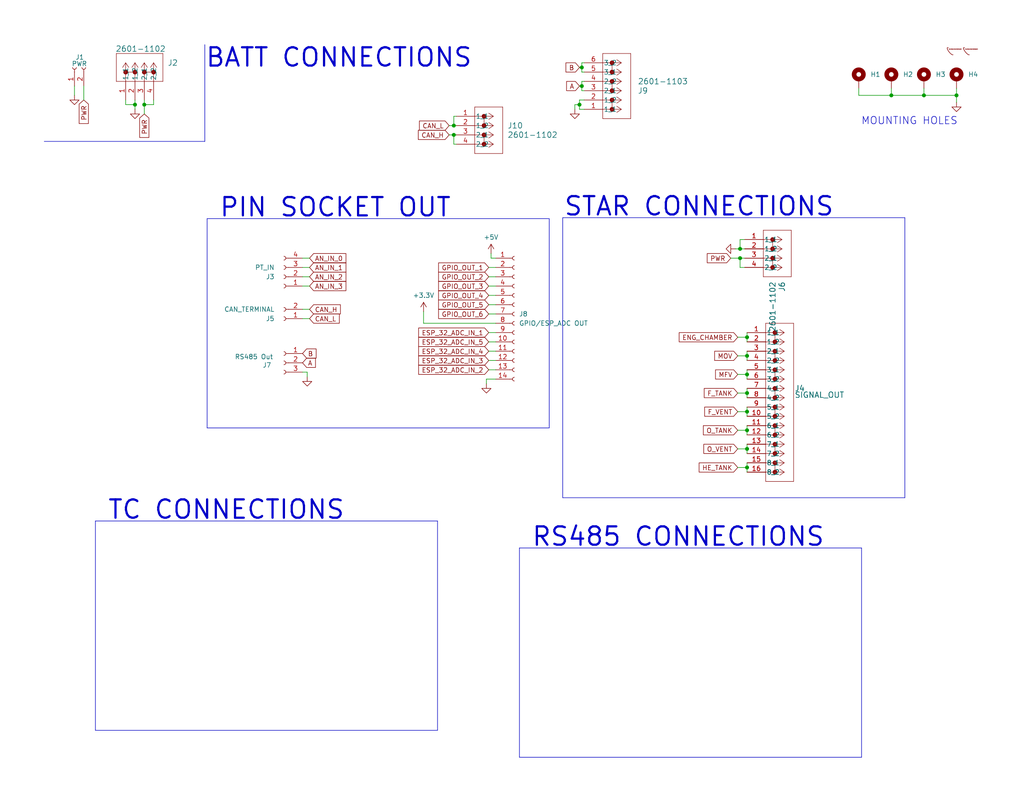
<source format=kicad_sch>
(kicad_sch (version 20231120) (generator "eeschema") (generator_version "8.0")
  (paper "A")
  (lib_symbols
    (symbol "2601_1102:2601-1102" (pin_names (offset 0.254))
      (property "Reference" "J" (at 8.89 6.35 0))
      (property "Value" "2601-1102" (at 0 0 0))
      (symbol "2601-1102_1_1"
        (pin unspecified line (at 0 0 0) (length 5.08) (name "1_1") (number "1"))
        (pin unspecified line (at 0 -2.54 0) (length 5.08) (name "1_2") (number "2"))
        (pin unspecified line (at 0 -5.08 0) (length 5.08) (name "2_1") (number "3"))
        (pin unspecified line (at 0 -7.62 0) (length 5.08) (name "2_2") (number "4"))
      )
    )
    (symbol "2601_1103:2601-1103" (pin_names (offset 0.254))
      (property "Reference" "J" (at 8.89 6.35 0))
      (property "Value" "2601-1103" (at 0 0 0))
      (symbol "2601-1103_1_1"
        (pin unspecified line (at 0 0 0) (length 5.08) (name "1_1") (number "1"))
        (pin unspecified line (at 0 -2.54 0) (length 5.08) (name "1_2") (number "2"))
        (pin unspecified line (at 0 -5.08 0) (length 5.08) (name "2_1") (number "3"))
        (pin unspecified line (at 0 -7.62 0) (length 5.08) (name "2_2") (number "4"))
        (pin unspecified line (at 0 -10.16 0) (length 5.08) (name "3_1") (number "5"))
        (pin unspecified line (at 0 -12.7 0) (length 5.08) (name "3_2") (number "6"))
      )
    )
    (symbol "Connector:Conn_01x02_Socket" (pin_names (offset 1.016) hide)
      (property "Reference" "J" (at 0 2.54 0))
      (property "Value" "Conn_01x02_Socket" (at 0 -5.08 0))
      (symbol "Conn_01x02_Socket_1_1"
        (pin passive line (at -5.08 0 0) (length 3.81) (name "Pin_1") (number "1"))
        (pin passive line (at -5.08 -2.54 0) (length 3.81) (name "Pin_2") (number "2"))
      )
    )
    (symbol "Connector:Conn_01x03_Socket" (pin_names (offset 1.016) hide)
      (property "Reference" "J" (at 0 5.08 0))
      (property "Value" "Conn_01x03_Socket" (at 0 -5.08 0))
      (symbol "Conn_01x03_Socket_1_1"
        (pin passive line (at -5.08 2.54 0) (length 3.81) (name "Pin_1") (number "1"))
        (pin passive line (at -5.08 0 0) (length 3.81) (name "Pin_2") (number "2"))
        (pin passive line (at -5.08 -2.54 0) (length 3.81) (name "Pin_3") (number "3"))
      )
    )
    (symbol "Connector:Conn_01x04_Socket" (pin_names (offset 1.016) hide)
      (property "Reference" "J" (at 0 5.08 0))
      (property "Value" "Conn_01x04_Socket" (at 0 -7.62 0))
      (symbol "Conn_01x04_Socket_1_1"
        (pin passive line (at -5.08 2.54 0) (length 3.81) (name "Pin_1") (number "1"))
        (pin passive line (at -5.08 0 0) (length 3.81) (name "Pin_2") (number "2"))
        (pin passive line (at -5.08 -2.54 0) (length 3.81) (name "Pin_3") (number "3"))
        (pin passive line (at -5.08 -5.08 0) (length 3.81) (name "Pin_4") (number "4"))
      )
    )
    (symbol "Connector:Conn_01x14_Socket" (pin_names (offset 1.016) hide)
      (property "Reference" "J" (at 0 17.78 0))
      (property "Value" "Conn_01x14_Socket" (at 0 -20.32 0))
      (symbol "Conn_01x14_Socket_1_1"
        (pin passive line (at -5.08 15.24 0) (length 3.81) (name "Pin_1") (number "1"))
        (pin passive line (at -5.08 -7.62 0) (length 3.81) (name "Pin_10") (number "10"))
        (pin passive line (at -5.08 -10.16 0) (length 3.81) (name "Pin_11") (number "11"))
        (pin passive line (at -5.08 -12.7 0) (length 3.81) (name "Pin_12") (number "12"))
        (pin passive line (at -5.08 -15.24 0) (length 3.81) (name "Pin_13") (number "13"))
        (pin passive line (at -5.08 -17.78 0) (length 3.81) (name "Pin_14") (number "14"))
        (pin passive line (at -5.08 12.7 0) (length 3.81) (name "Pin_2") (number "2"))
        (pin passive line (at -5.08 10.16 0) (length 3.81) (name "Pin_3") (number "3"))
        (pin passive line (at -5.08 7.62 0) (length 3.81) (name "Pin_4") (number "4"))
        (pin passive line (at -5.08 5.08 0) (length 3.81) (name "Pin_5") (number "5"))
        (pin passive line (at -5.08 2.54 0) (length 3.81) (name "Pin_6") (number "6"))
        (pin passive line (at -5.08 0 0) (length 3.81) (name "Pin_7") (number "7"))
        (pin passive line (at -5.08 -2.54 0) (length 3.81) (name "Pin_8") (number "8"))
        (pin passive line (at -5.08 -5.08 0) (length 3.81) (name "Pin_9") (number "9"))
      )
    )
    (symbol "Mechanical:MountingHole_Pad" (pin_numbers hide) (pin_names (offset 1.016) hide)
      (property "Reference" "H" (at 0 6.35 0))
      (property "Value" "MountingHole_Pad" (at 0 4.445 0))
      (symbol "MountingHole_Pad_1_1"
        (pin input line (at 0 -2.54 90) (length 2.54) (name "1") (number "1"))
      )
    )
    (symbol "RP Logo:LOGO" (pin_names (offset 1.016)))
    (symbol "Wago_2601_1108:2601-1108" (pin_names (offset 0.254))
      (property "Reference" "J" (at 8.89 6.35 0))
      (property "Value" "2601-1108" (at 0 0 0))
      (symbol "2601-1108_1_1"
        (pin unspecified line (at 0 0 0) (length 5.08) (name "1_1") (number "1"))
        (pin unspecified line (at 0 -22.86 0) (length 5.08) (name "5_2") (number "10"))
        (pin unspecified line (at 0 -25.4 0) (length 5.08) (name "6_1") (number "11"))
        (pin unspecified line (at 0 -27.94 0) (length 5.08) (name "6_2") (number "12"))
        (pin unspecified line (at 0 -30.48 0) (length 5.08) (name "7_1") (number "13"))
        (pin unspecified line (at 0 -33.02 0) (length 5.08) (name "7_2") (number "14"))
        (pin unspecified line (at 0 -35.56 0) (length 5.08) (name "8_1") (number "15"))
        (pin unspecified line (at 0 -38.1 0) (length 5.08) (name "8_2") (number "16"))
        (pin unspecified line (at 0 -2.54 0) (length 5.08) (name "1_2") (number "2"))
        (pin unspecified line (at 0 -5.08 0) (length 5.08) (name "2_1") (number "3"))
        (pin unspecified line (at 0 -7.62 0) (length 5.08) (name "2_2") (number "4"))
        (pin unspecified line (at 0 -10.16 0) (length 5.08) (name "3_1") (number "5"))
        (pin unspecified line (at 0 -12.7 0) (length 5.08) (name "3_2") (number "6"))
        (pin unspecified line (at 0 -15.24 0) (length 5.08) (name "4_1") (number "7"))
        (pin unspecified line (at 0 -17.78 0) (length 5.08) (name "4_2") (number "8"))
        (pin unspecified line (at 0 -20.32 0) (length 5.08) (name "5_1") (number "9"))
      )
    )
    (symbol "power:+3.3V" (power) (pin_names (offset 0))
      (property "Value" "+3.3V" (at 0 3.556 0))
      (symbol "+3.3V_1_1"
        (pin power_in line (at 0 0 90) (length 0) hide (name "+3.3V") (number "1"))
      )
    )
    (symbol "power:+5V" (power) (pin_names (offset 0))
      (property "Value" "+5V" (at 0 3.556 0))
      (symbol "+5V_1_1"
        (pin power_in line (at 0 0 90) (length 0) hide (name "+5V") (number "1"))
      )
    )
    (symbol "power:GND" (power) (pin_names (offset 0))
      (property "Value" "GND" (at 0 -3.81 0))
      (symbol "GND_1_1"
        (pin power_in line (at 0 0 270) (length 0) hide (name "GND") (number "1"))
      )
    )
  )
  (junction (at 123.825 36.83))
  (junction (at 260.985 26.035))
  (junction (at 158.75 18.415))
  (junction (at 123.825 34.29))
  (junction (at 203.835 92.075))
  (junction (at 203.835 112.395))
  (junction (at 201.93 67.945))
  (junction (at 243.205 26.035))
  (junction (at 203.835 122.555))
  (junction (at 203.835 102.235))
  (junction (at 158.75 23.495))
  (junction (at 201.93 70.485))
  (junction (at 203.835 97.155))
  (junction (at 203.835 117.475))
  (junction (at 158.115 28.575))
  (junction (at 203.835 127.635))
  (junction (at 39.37 28.575))
  (junction (at 252.095 26.035))
  (junction (at 36.83 28.575))
  (junction (at 203.835 107.315))
  (wire (pts (xy 203.835 95.885) (xy 203.835 97.155)))
  (wire (pts (xy 41.91 28.575) (xy 39.37 28.575)))
  (wire (pts (xy 20.32 26.035) (xy 20.32 23.495)))
  (polyline (pts (xy 235.077 206.756) (xy 235.077 149.606)))
  (wire (pts (xy 123.825 36.83) (xy 124.46 36.83)))
  (wire (pts (xy 135.255 103.505) (xy 132.715 103.505)))
  (wire (pts (xy 159.385 27.305) (xy 158.115 27.305)))
  (polyline (pts (xy 56.515 116.84) (xy 149.86 116.84)))
  (wire (pts (xy 203.835 126.365) (xy 203.835 127.635)))
  (wire (pts (xy 133.35 83.185) (xy 135.255 83.185)))
  (polyline (pts (xy 141.732 149.606) (xy 141.732 206.756)))
  (wire (pts (xy 159.385 22.225) (xy 158.75 22.225)))
  (wire (pts (xy 243.205 24.13) (xy 243.205 26.035)))
  (wire (pts (xy 158.75 19.685) (xy 158.75 18.415)))
  (wire (pts (xy 203.835 100.965) (xy 203.835 102.235)))
  (polyline (pts (xy 153.543 135.89) (xy 246.888 135.89)))
  (polyline (pts (xy 153.543 59.436) (xy 153.543 135.89)))
  (wire (pts (xy 203.835 107.315) (xy 203.835 108.585)))
  (wire (pts (xy 203.835 117.475) (xy 203.835 118.745)))
  (wire (pts (xy 84.455 75.565) (xy 82.55 75.565)))
  (wire (pts (xy 252.095 24.13) (xy 252.095 26.035)))
  (wire (pts (xy 243.205 26.035) (xy 252.095 26.035)))
  (wire (pts (xy 203.2 70.485) (xy 201.93 70.485)))
  (wire (pts (xy 133.35 90.805) (xy 135.255 90.805)))
  (wire (pts (xy 203.835 121.285) (xy 203.835 122.555)))
  (wire (pts (xy 156.845 28.575) (xy 158.115 28.575)))
  (wire (pts (xy 34.29 27.305) (xy 34.29 28.575)))
  (wire (pts (xy 83.82 101.6) (xy 82.55 101.6)))
  (polyline (pts (xy 56.515 59.69) (xy 56.515 116.84)))
  (wire (pts (xy 201.295 112.395) (xy 203.835 112.395)))
  (wire (pts (xy 201.295 117.475) (xy 203.835 117.475)))
  (wire (pts (xy 123.825 39.37) (xy 123.825 36.83)))
  (wire (pts (xy 159.385 19.685) (xy 158.75 19.685)))
  (wire (pts (xy 201.93 70.485) (xy 199.39 70.485)))
  (wire (pts (xy 201.93 67.945) (xy 203.2 67.945)))
  (wire (pts (xy 133.985 70.485) (xy 133.985 69.215)))
  (wire (pts (xy 84.455 78.105) (xy 82.55 78.105)))
  (wire (pts (xy 203.835 102.235) (xy 203.835 103.505)))
  (wire (pts (xy 39.37 27.305) (xy 39.37 28.575)))
  (wire (pts (xy 159.385 17.145) (xy 158.75 17.145)))
  (wire (pts (xy 159.385 29.845) (xy 158.115 29.845)))
  (wire (pts (xy 156.845 29.845) (xy 156.845 28.575)))
  (polyline (pts (xy 149.86 116.84) (xy 149.86 59.69)))
  (wire (pts (xy 203.835 112.395) (xy 203.835 113.665)))
  (wire (pts (xy 133.35 98.425) (xy 135.255 98.425)))
  (wire (pts (xy 203.2 73.025) (xy 201.93 73.025)))
  (wire (pts (xy 133.35 73.025) (xy 135.255 73.025)))
  (wire (pts (xy 234.315 24.13) (xy 234.315 26.035)))
  (wire (pts (xy 234.315 26.035) (xy 243.205 26.035)))
  (wire (pts (xy 158.75 22.225) (xy 158.75 23.495)))
  (wire (pts (xy 133.35 93.345) (xy 135.255 93.345)))
  (wire (pts (xy 135.255 88.265) (xy 115.57 88.265)))
  (polyline (pts (xy 12.065 38.608) (xy 55.88 38.608)))
  (wire (pts (xy 203.835 92.075) (xy 203.835 93.345)))
  (wire (pts (xy 133.35 75.565) (xy 135.255 75.565)))
  (wire (pts (xy 201.295 92.075) (xy 203.835 92.075)))
  (polyline (pts (xy 26.035 142.24) (xy 119.38 142.24)))
  (wire (pts (xy 203.2 65.405) (xy 201.93 65.405)))
  (wire (pts (xy 22.86 23.495) (xy 22.86 27.305)))
  (wire (pts (xy 158.75 24.765) (xy 158.75 23.495)))
  (wire (pts (xy 260.985 27.94) (xy 260.985 26.035)))
  (wire (pts (xy 41.91 27.305) (xy 41.91 28.575)))
  (wire (pts (xy 132.715 103.505) (xy 132.715 104.775)))
  (wire (pts (xy 133.35 95.885) (xy 135.255 95.885)))
  (polyline (pts (xy 56.515 59.69) (xy 149.86 59.69)))
  (wire (pts (xy 123.825 34.29) (xy 124.46 34.29)))
  (wire (pts (xy 203.835 116.205) (xy 203.835 117.475)))
  (wire (pts (xy 203.835 127.635) (xy 203.835 128.905)))
  (wire (pts (xy 201.295 102.235) (xy 203.835 102.235)))
  (wire (pts (xy 159.385 24.765) (xy 158.75 24.765)))
  (wire (pts (xy 122.555 36.83) (xy 123.825 36.83)))
  (wire (pts (xy 133.35 80.645) (xy 135.255 80.645)))
  (polyline (pts (xy 55.88 38.608) (xy 55.88 12.192)))
  (polyline (pts (xy 246.888 135.89) (xy 246.888 59.436)))
  (wire (pts (xy 201.295 107.315) (xy 203.835 107.315)))
  (wire (pts (xy 201.295 122.555) (xy 203.835 122.555)))
  (wire (pts (xy 260.985 26.035) (xy 260.985 24.13)))
  (wire (pts (xy 133.985 70.485) (xy 135.255 70.485)))
  (wire (pts (xy 83.82 102.87) (xy 83.82 101.6)))
  (polyline (pts (xy 141.732 206.756) (xy 235.077 206.756)))
  (wire (pts (xy 133.35 85.725) (xy 135.255 85.725)))
  (wire (pts (xy 115.57 85.09) (xy 115.57 88.265)))
  (wire (pts (xy 158.75 23.495) (xy 158.115 23.495)))
  (wire (pts (xy 158.75 18.415) (xy 158.115 18.415)))
  (wire (pts (xy 84.455 86.995) (xy 82.55 86.995)))
  (wire (pts (xy 203.835 106.045) (xy 203.835 107.315)))
  (wire (pts (xy 123.825 31.75) (xy 123.825 34.29)))
  (wire (pts (xy 203.835 111.125) (xy 203.835 112.395)))
  (wire (pts (xy 158.115 29.845) (xy 158.115 28.575)))
  (wire (pts (xy 158.115 27.305) (xy 158.115 28.575)))
  (wire (pts (xy 36.83 28.575) (xy 36.83 27.305)))
  (wire (pts (xy 252.095 26.035) (xy 260.985 26.035)))
  (wire (pts (xy 201.295 97.155) (xy 203.835 97.155)))
  (wire (pts (xy 84.455 73.025) (xy 82.55 73.025)))
  (polyline (pts (xy 141.732 149.606) (xy 235.077 149.606)))
  (wire (pts (xy 39.37 28.575) (xy 39.37 31.115)))
  (wire (pts (xy 124.46 39.37) (xy 123.825 39.37)))
  (wire (pts (xy 200.66 67.945) (xy 201.93 67.945)))
  (polyline (pts (xy 119.38 199.39) (xy 119.38 142.24)))
  (polyline (pts (xy 26.035 142.24) (xy 26.035 199.39)))
  (wire (pts (xy 203.835 90.805) (xy 203.835 92.075)))
  (wire (pts (xy 133.35 100.965) (xy 135.255 100.965)))
  (wire (pts (xy 201.93 73.025) (xy 201.93 70.485)))
  (polyline (pts (xy 153.543 59.436) (xy 246.888 59.436)))
  (wire (pts (xy 84.455 70.485) (xy 82.55 70.485)))
  (wire (pts (xy 133.35 78.105) (xy 135.255 78.105)))
  (wire (pts (xy 34.29 28.575) (xy 36.83 28.575)))
  (wire (pts (xy 203.835 97.155) (xy 203.835 98.425)))
  (wire (pts (xy 124.46 31.75) (xy 123.825 31.75)))
  (polyline (pts (xy 26.035 199.39) (xy 119.38 199.39)))
  (wire (pts (xy 201.295 127.635) (xy 203.835 127.635)))
  (wire (pts (xy 36.83 29.845) (xy 36.83 28.575)))
  (wire (pts (xy 122.555 34.29) (xy 123.825 34.29)))
  (wire (pts (xy 201.93 65.405) (xy 201.93 67.945)))
  (wire (pts (xy 158.75 17.145) (xy 158.75 18.415)))
  (wire (pts (xy 84.455 84.455) (xy 82.55 84.455)))
  (wire (pts (xy 203.835 122.555) (xy 203.835 123.825)))
  (text "MOUNTING HOLES" (at 234.95 34.29 0) (effects (font (size 2 2)) (justify left bottom)))
  (text "BATT CONNECTIONS" (at 55.88 18.796 0) (effects (font (size 5 5) (thickness 0.6) (bold yes)) (justify left bottom)))
  (text "STAR CONNECTIONS" (at 153.67 59.436 0) (effects (font (size 5 5) (thickness 0.6) (bold yes)) (justify left bottom)))
  (text "TC CONNECTIONS" (at 29.21 142.24 0) (effects (font (size 5 5) (thickness 0.6) (bold yes)) (justify left bottom)))
  (text "PIN SOCKET OUT" (at 59.69 59.69 0) (effects (font (size 5 5) (thickness 0.6) (bold yes)) (justify left bottom)))
  (text "RS485 CONNECTIONS" (at 144.907 149.606 0) (effects (font (size 5 5) (thickness 0.6) (bold yes)) (justify left bottom)))
  (global_label "B" (shape input) (at 158.115 18.415 180) (property "Intersheetrefs" "${INTERSHEET_REFS}" (effects (hide yes))))
  (global_label "GPIO_OUT_3" (shape input) (at 133.35 78.105 180) (property "Intersheetrefs" "${INTERSHEET_REFS}" (effects (hide yes))))
  (global_label "F_TANK" (shape input) (at 201.295 107.315 180) (property "Intersheetrefs" "${INTERSHEET_REFS}" (effects (hide yes))))
  (global_label "HE_TANK" (shape input) (at 201.295 127.635 180) (property "Intersheetrefs" "${INTERSHEET_REFS}" (effects (hide yes))))
  (global_label "CAN_L" (shape input) (at 122.555 34.29 180) (property "Intersheetrefs" "${INTERSHEET_REFS}" (effects (hide yes))))
  (global_label "ESP_32_ADC_IN_3" (shape input) (at 133.35 98.425 180) (property "Intersheetrefs" "${INTERSHEET_REFS}" (effects (hide yes))))
  (global_label "A" (shape input) (at 82.55 99.06 0) (property "Intersheetrefs" "${INTERSHEET_REFS}" (effects (hide yes))))
  (global_label "AN_IN_3" (shape input) (at 84.455 78.105 0) (property "Intersheetrefs" "${INTERSHEET_REFS}" (effects (hide yes))))
  (global_label "ESP_32_ADC_IN_2" (shape input) (at 133.35 100.965 180) (property "Intersheetrefs" "${INTERSHEET_REFS}" (effects (hide yes))))
  (global_label "GPIO_OUT_1" (shape input) (at 133.35 73.025 180) (property "Intersheetrefs" "${INTERSHEET_REFS}" (effects (hide yes))))
  (global_label "O_TANK" (shape input) (at 201.295 117.475 180) (property "Intersheetrefs" "${INTERSHEET_REFS}" (effects (hide yes))))
  (global_label "ESP_32_ADC_IN_1" (shape input) (at 133.35 90.805 180) (property "Intersheetrefs" "${INTERSHEET_REFS}" (effects (hide yes))))
  (global_label "PWR" (shape input) (at 39.37 31.115 270) (property "Intersheetrefs" "${INTERSHEET_REFS}" (effects (hide yes))))
  (global_label "CAN_H" (shape input) (at 122.555 36.83 180) (property "Intersheetrefs" "${INTERSHEET_REFS}" (effects (hide yes))))
  (global_label "PWR" (shape input) (at 199.39 70.485 180) (property "Intersheetrefs" "${INTERSHEET_REFS}" (effects (hide yes))))
  (global_label "CAN_L" (shape input) (at 84.455 86.995 0) (property "Intersheetrefs" "${INTERSHEET_REFS}" (effects (hide yes))))
  (global_label "GPIO_OUT_4" (shape input) (at 133.35 80.645 180) (property "Intersheetrefs" "${INTERSHEET_REFS}" (effects (hide yes))))
  (global_label "MFV" (shape input) (at 201.295 102.235 180) (property "Intersheetrefs" "${INTERSHEET_REFS}" (effects (hide yes))))
  (global_label "ESP_32_ADC_IN_4" (shape input) (at 133.35 95.885 180) (property "Intersheetrefs" "${INTERSHEET_REFS}" (effects (hide yes))))
  (global_label "F_VENT" (shape input) (at 201.295 112.395 180) (property "Intersheetrefs" "${INTERSHEET_REFS}" (effects (hide yes))))
  (global_label "ESP_32_ADC_IN_5" (shape input) (at 133.35 93.345 180) (property "Intersheetrefs" "${INTERSHEET_REFS}" (effects (hide yes))))
  (global_label "AN_IN_2" (shape input) (at 84.455 75.565 0) (property "Intersheetrefs" "${INTERSHEET_REFS}" (effects (hide yes))))
  (global_label "GPIO_OUT_5" (shape input) (at 133.35 83.185 180) (property "Intersheetrefs" "${INTERSHEET_REFS}" (effects (hide yes))))
  (global_label "GPIO_OUT_2" (shape input) (at 133.35 75.565 180) (property "Intersheetrefs" "${INTERSHEET_REFS}" (effects (hide yes))))
  (global_label "GPIO_OUT_6" (shape input) (at 133.35 85.725 180) (property "Intersheetrefs" "${INTERSHEET_REFS}" (effects (hide yes))))
  (global_label "O_VENT" (shape input) (at 201.295 122.555 180) (property "Intersheetrefs" "${INTERSHEET_REFS}" (effects (hide yes))))
  (global_label "B" (shape input) (at 82.55 96.52 0) (property "Intersheetrefs" "${INTERSHEET_REFS}" (effects (hide yes))))
  (global_label "ENG_CHAMBER" (shape input) (at 201.295 92.075 180) (property "Intersheetrefs" "${INTERSHEET_REFS}" (effects (hide yes))))
  (global_label "MOV" (shape input) (at 201.295 97.155 180) (property "Intersheetrefs" "${INTERSHEET_REFS}" (effects (hide yes))))
  (global_label "PWR" (shape input) (at 22.86 27.305 270) (property "Intersheetrefs" "${INTERSHEET_REFS}" (effects (hide yes))))
  (global_label "AN_IN_0" (shape input) (at 84.455 70.485 0) (property "Intersheetrefs" "${INTERSHEET_REFS}" (effects (hide yes))))
  (global_label "A" (shape input) (at 158.115 23.495 180) (property "Intersheetrefs" "${INTERSHEET_REFS}" (effects (hide yes))))
  (global_label "CAN_H" (shape input) (at 84.455 84.455 0) (property "Intersheetrefs" "${INTERSHEET_REFS}" (effects (hide yes))))
  (global_label "AN_IN_1" (shape input) (at 84.455 73.025 0) (property "Intersheetrefs" "${INTERSHEET_REFS}" (effects (hide yes))))
  (symbol (lib_id "power:GND") (at 36.83 29.845 0) (unit 1)
    (property "Reference" "#PWR03" (effects (hide yes)))
    (property "Value" "GND" (effects (hide yes)))
  )
  (symbol (lib_id "Connector:Conn_01x02_Socket") (at 20.32 18.415 90) (unit 1)
    (property "Reference" "J1" (at 20.574 15.621 90) (effects (justify right)))
    (property "Value" "PWR" (at 19.558 17.399 90) (effects (justify right)))
    (property "Footprint" "Connector_PinSocket_2.54mm:PinSocket_1x02_P2.54mm_Vertical" (effects (hide yes)))
    (property "Description" "Generic connector, single row, 01x02, script generated" (effects (hide yes)))
  )
  (symbol (lib_id "2601_1102:2601-1102") (at 34.29 27.305 90) (unit 1)
    (property "Reference" "J2" (at 45.72 17.1449 90) (effects (font (size 1.524 1.524)) (justify right)))
    (property "Value" "2601-1102" (at 31.496 13.335 90) (effects (font (size 1.524 1.524)) (justify right)))
    (property "Footprint" "CONN2_2601-1102_WAG" (effects (hide yes)))
    (property "Datasheet" "2601-1102" (effects (hide yes)))
  )
  (symbol (lib_id "power:GND") (at 20.32 26.035 0) (unit 1)
    (property "Reference" "#PWR02" (effects (hide yes)))
    (property "Value" "GND" (effects (hide yes)))
  )
  (symbol (lib_id "2601_1103:2601-1103") (at 159.385 29.845 0) (mirror x) (unit 1)
    (property "Reference" "J9" (at 173.99 24.7651 0) (effects (font (size 1.524 1.524)) (justify left)))
    (property "Value" "2601-1103" (at 173.99 22.2251 0) (effects (font (size 1.524 1.524)) (justify left)))
    (property "Footprint" "CONN3_2601-1103_WAG" (effects (hide yes)))
    (property "Datasheet" "2601-1103" (effects (hide yes)))
  )
  (symbol (lib_id "Mechanical:MountingHole_Pad") (at 260.985 21.59 0) (unit 1)
    (property "Reference" "H4" (at 264.16 20.32 0) (effects (justify left)))
    (property "Value" "MountingHole_Pad" (effects (hide yes)))
    (property "Footprint" "MountingHole:MountingHole_3.2mm_M3_DIN965_Pad" (effects (hide yes)))
  )
  (symbol (lib_id "Wago_2601_1108:2601-1108") (at 203.835 90.805 0) (unit 1)
    (property "Reference" "J4" (at 216.789 106.045 0) (effects (font (size 1.524 1.524)) (justify left)))
    (property "Value" "SIGNAL_OUT" (at 216.789 107.823 0) (effects (font (size 1.524 1.524)) (justify left)))
    (property "Footprint" "2601_1108:CONN8_2601-1108_WAG" (effects (hide yes)))
    (property "Datasheet" "2601-1108" (effects (hide yes)))
  )
  (symbol (lib_id "Mechanical:MountingHole_Pad") (at 234.315 21.59 0) (unit 1)
    (property "Reference" "H1" (at 237.49 20.32 0) (effects (justify left)))
    (property "Value" "MountingHole_Pad" (effects (hide yes)))
    (property "Footprint" "MountingHole:MountingHole_3.2mm_M3_DIN965_Pad" (effects (hide yes)))
  )
  (symbol (lib_id "power:GND") (at 200.66 67.945 270) (unit 1)
    (property "Reference" "#PWR04" (effects (hide yes)))
    (property "Value" "GND" (effects (hide yes)))
  )
  (symbol (lib_id "power:+3.3V") (at 115.57 85.09 0) (unit 1)
    (property "Reference" "#PWR054" (effects (hide yes)))
    (property "Value" "+3.3V" (at 115.57 80.645 0))
  )
  (symbol (lib_id "Mechanical:MountingHole_Pad") (at 252.095 21.59 0) (unit 1)
    (property "Reference" "H3" (at 255.27 20.32 0) (effects (justify left)))
    (property "Value" "MountingHole_Pad" (effects (hide yes)))
    (property "Footprint" "MountingHole:MountingHole_3.2mm_M3_DIN965_Pad" (effects (hide yes)))
  )
  (symbol (lib_id "2601_1102:2601-1102") (at 124.46 31.75 0) (unit 1)
    (property "Reference" "J10" (at 138.43 34.2899 0) (effects (font (size 1.524 1.524)) (justify left)))
    (property "Value" "2601-1102" (at 138.43 36.8299 0) (effects (font (size 1.524 1.524)) (justify left)))
    (property "Footprint" "CONN2_2601-1102_WAG" (effects (hide yes)))
    (property "Datasheet" "2601-1102" (effects (hide yes)))
  )
  (symbol (lib_id "Connector:Conn_01x02_Socket") (at 77.47 86.995 180) (unit 1)
    (property "Reference" "J5" (at 74.93 86.995 0) (effects (justify left)))
    (property "Value" "CAN_TERMINAL" (at 74.93 84.455 0) (effects (justify left)))
    (property "Footprint" "Connector_PinSocket_2.54mm:PinSocket_1x02_P2.54mm_Vertical" (effects (hide yes)))
    (property "Description" "Generic connector, single row, 01x02, script generated" (effects (hide yes)))
  )
  (symbol (lib_id "Connector:Conn_01x03_Socket") (at 77.47 99.06 0) (mirror y) (unit 1)
    (property "Reference" "J7" (at 74.041 99.695 0) (effects (justify left)))
    (property "Value" "RS485 Out" (at 74.549 97.409 0) (effects (justify left)))
    (property "Footprint" "Connector_PinSocket_2.54mm:PinSocket_1x03_P2.54mm_Vertical" (effects (hide yes)))
    (property "Description" "Generic connector, single row, 01x03, script generated" (effects (hide yes)))
  )
  (symbol (lib_id "RP Logo:LOGO") (at 264.795 13.97 0) (unit 1)
    (property "Reference" "#G2" (effects (hide yes)))
    (property "Value" "LOGO" (effects (hide yes)))
  )
  (symbol (lib_id "Connector:Conn_01x14_Socket") (at 140.335 85.725 0) (unit 1)
    (property "Reference" "J8" (at 141.605 85.7249 0) (effects (justify left)))
    (property "Value" "GPIO/ESP_ADC OUT" (at 141.605 88.2649 0) (effects (justify left)))
    (property "Footprint" "Connector_PinSocket_2.54mm:PinSocket_1x14_P2.54mm_Vertical" (effects (hide yes)))
    (property "Description" "Generic connector, single row, 01x14, script generated" (effects (hide yes)))
  )
  (symbol (lib_id "power:GND") (at 83.82 102.87 0) (unit 1)
    (property "Reference" "#PWR066" (effects (hide yes)))
    (property "Value" "GND" (effects (hide yes)))
  )
  (symbol (lib_id "power:GND") (at 132.715 104.775 0) (unit 1)
    (property "Reference" "#PWR062" (effects (hide yes)))
    (property "Value" "GND" (effects (hide yes)))
  )
  (symbol (lib_id "2601_1102:2601-1102") (at 203.2 65.405 0) (unit 1)
    (property "Reference" "J6" (at 213.3601 76.835 90) (effects (font (size 1.524 1.524)) (justify right)))
    (property "Value" "2601-1102" (at 210.8201 76.835 90) (effects (font (size 1.524 1.524)) (justify right)))
    (property "Footprint" "CONN2_2601-1102_WAG" (effects (hide yes)))
    (property "Datasheet" "2601-1102" (effects (hide yes)))
  )
  (symbol (lib_id "power:+5V") (at 133.985 69.215 0) (unit 1)
    (property "Reference" "#PWR055" (effects (hide yes)))
    (property "Value" "+5V" (at 133.985 64.77 0))
  )
  (symbol (lib_id "Connector:Conn_01x04_Socket") (at 77.47 75.565 180) (unit 1)
    (property "Reference" "J3" (at 74.93 75.565 0) (effects (justify left)))
    (property "Value" "PT_IN" (at 74.93 73.025 0) (effects (justify left)))
    (property "Footprint" "Connector_PinSocket_2.54mm:PinSocket_1x04_P2.54mm_Vertical" (effects (hide yes)))
    (property "Description" "Generic connector, single row, 01x04, script generated" (effects (hide yes)))
  )
  (symbol (lib_id "power:GND") (at 156.845 29.845 0) (mirror y) (unit 1)
    (property "Reference" "#PWR05" (effects (hide yes)))
    (property "Value" "GND" (effects (hide yes)))
  )
  (symbol (lib_id "power:GND") (at 260.985 27.94 0) (unit 1)
    (property "Reference" "#PWR01" (effects (hide yes)))
    (property "Value" "GND" (effects (hide yes)))
  )
  (symbol (lib_id "Mechanical:MountingHole_Pad") (at 243.205 21.59 0) (unit 1)
    (property "Reference" "H2" (at 246.38 20.32 0) (effects (justify left)))
    (property "Value" "MountingHole_Pad" (effects (hide yes)))
    (property "Footprint" "MountingHole:MountingHole_3.2mm_M3_DIN965_Pad" (effects (hide yes)))
  )
  (symbol (lib_id "RP Logo:LOGO") (at 260.35 13.97 0) (unit 1)
    (property "Reference" "#G1" (effects (hide yes)))
    (property "Value" "LOGO" (effects (hide yes)))
  )
)
</source>
